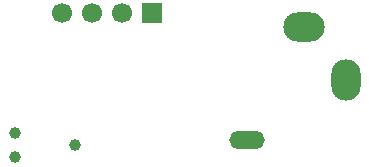
<source format=gbr>
%TF.GenerationSoftware,KiCad,Pcbnew,9.0.6*%
%TF.CreationDate,2025-12-12T19:26:19-08:00*%
%TF.ProjectId,iambic-controller-board,69616d62-6963-42d6-936f-6e74726f6c6c,1.0*%
%TF.SameCoordinates,Original*%
%TF.FileFunction,Soldermask,Bot*%
%TF.FilePolarity,Negative*%
%FSLAX46Y46*%
G04 Gerber Fmt 4.6, Leading zero omitted, Abs format (unit mm)*
G04 Created by KiCad (PCBNEW 9.0.6) date 2025-12-12 19:26:19*
%MOMM*%
%LPD*%
G01*
G04 APERTURE LIST*
%ADD10O,3.500000X2.500000*%
%ADD11O,2.500000X3.500000*%
%ADD12O,3.000000X1.500000*%
%ADD13R,1.700000X1.700000*%
%ADD14C,1.700000*%
%ADD15C,0.990600*%
G04 APERTURE END LIST*
D10*
%TO.C,J2*%
X170500000Y-95500000D03*
D11*
X174000000Y-100000000D03*
D12*
X165700000Y-105000000D03*
%TD*%
D13*
%TO.C,J1*%
X157600000Y-94325000D03*
D14*
X155060000Y-94325000D03*
X152520000Y-94325000D03*
X149980000Y-94325000D03*
%TD*%
D15*
%TO.C,J3*%
X145985000Y-104459000D03*
X145985000Y-106491000D03*
X151065000Y-105475000D03*
%TD*%
M02*

</source>
